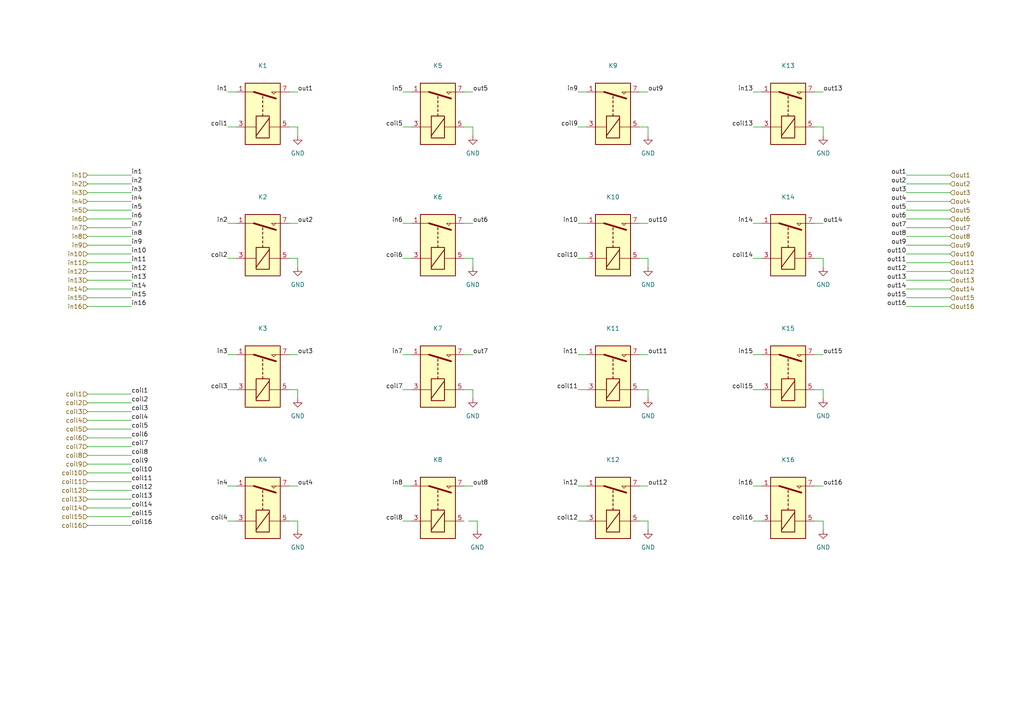
<source format=kicad_sch>
(kicad_sch (version 20211123) (generator eeschema)
  (paper "A4")
  (lib_symbols
    (symbol "Relay:MSxx-1Axx-75"
      (property "Reference" "K" (at 8.89 3.81 0))
      (property "Value" "MSxx-1Axx-75" (at 8.89 1.27 0))
      (symbol "MSxx-1Axx-75_0_0"
        (polyline (pts (xy 5.08 5.08) (xy 5.08 2.54) (xy 4.445 3.175) (xy 5.08 3.81)))
      )
      (symbol "MSxx-1Axx-75_0_1"
        (rectangle (start -10.16 5.08) (end 7.62 -5.08) (stroke (width 0.254)) (fill (type background)))
        (rectangle (start -8.255 1.905) (end -1.905 -1.905) (stroke (width 0.254)))
        (polyline (pts (xy -7.62 -1.905) (xy -2.54 1.905)) (stroke (width 0.254)))
        (polyline (pts (xy -5.08 -5.08) (xy -5.08 -1.905)))
        (polyline (pts (xy -5.08 5.08) (xy -5.08 1.905)))
        (polyline (pts (xy -1.905 0) (xy -1.27 0)) (stroke (width 0.254)))
        (polyline (pts (xy -0.635 0) (xy 0 0)) (stroke (width 0.254)))
        (polyline (pts (xy 0.635 0) (xy 1.27 0)) (stroke (width 0.254)))
        (polyline (pts (xy 1.905 0) (xy 2.54 0)) (stroke (width 0.254)))
        (polyline (pts (xy 3.175 0) (xy 3.81 0)) (stroke (width 0.254)))
        (polyline (pts (xy 5.08 -2.54) (xy 3.175 3.81)) (stroke (width 0.508)))
        (polyline (pts (xy 5.08 -2.54) (xy 5.08 -5.08)))
      )
      (symbol "MSxx-1Axx-75_1_1"
        (pin passive line (at 5.08 -7.62 90) (length 2.54) (name "~") (number "1"))
        (pin passive line (at -5.08 -7.62 90) (length 2.54) (name "~") (number "3"))
        (pin passive line (at -5.08 7.62 270) (length 2.54) (name "~") (number "5"))
        (pin passive line (at 5.08 7.62 270) (length 2.54) (name "~") (number "7"))
      )
    )
    (symbol "power:GND" (power) (pin_names (offset 0))
      (property "Value" "GND" (at 0 -3.81 0))
      (symbol "GND_0_1"
        (polyline (pts (xy 0 0) (xy 0 -1.27) (xy 1.27 -1.27) (xy 0 -2.54) (xy -1.27 -1.27) (xy 0 -1.27)))
      )
      (symbol "GND_1_1"
        (pin power_in line (at 0 0 270) (length 0) hide (name "GND") (number "1"))
      )
    )
  )
  (wire (pts (xy 25.4 73.66) (xy 38.1 73.66)))
  (wire (pts (xy 185.42 36.83) (xy 187.96 36.83)))
  (wire (pts (xy 167.64 74.93) (xy 170.18 74.93)))
  (wire (pts (xy 83.82 36.83) (xy 86.36 36.83)))
  (wire (pts (xy 218.44 102.87) (xy 220.98 102.87)))
  (wire (pts (xy 25.4 78.74) (xy 38.1 78.74)))
  (wire (pts (xy 262.89 83.82) (xy 275.59 83.82)))
  (wire (pts (xy 185.42 102.87) (xy 187.96 102.87)))
  (wire (pts (xy 134.62 140.97) (xy 137.16 140.97)))
  (wire (pts (xy 236.22 102.87) (xy 238.76 102.87)))
  (wire (pts (xy 236.22 26.67) (xy 238.76 26.67)))
  (wire (pts (xy 116.84 151.13) (xy 119.38 151.13)))
  (wire (pts (xy 185.42 151.13) (xy 187.96 151.13)))
  (wire (pts (xy 135.89 151.13) (xy 138.43 151.13)))
  (wire (pts (xy 116.84 36.83) (xy 119.38 36.83)))
  (wire (pts (xy 66.04 113.03) (xy 68.58 113.03)))
  (wire (pts (xy 86.36 151.13) (xy 86.36 153.67)))
  (wire (pts (xy 236.22 140.97) (xy 238.76 140.97)))
  (wire (pts (xy 83.82 64.77) (xy 86.36 64.77)))
  (wire (pts (xy 185.42 140.97) (xy 187.96 140.97)))
  (wire (pts (xy 218.44 26.67) (xy 220.98 26.67)))
  (wire (pts (xy 167.64 36.83) (xy 170.18 36.83)))
  (wire (pts (xy 66.04 36.83) (xy 68.58 36.83)))
  (wire (pts (xy 25.4 127) (xy 38.1 127)))
  (wire (pts (xy 25.4 53.34) (xy 38.1 53.34)))
  (wire (pts (xy 25.4 86.36) (xy 38.1 86.36)))
  (wire (pts (xy 218.44 151.13) (xy 220.98 151.13)))
  (wire (pts (xy 187.96 74.93) (xy 187.96 77.47)))
  (wire (pts (xy 25.4 66.04) (xy 38.1 66.04)))
  (wire (pts (xy 262.89 78.74) (xy 275.59 78.74)))
  (wire (pts (xy 86.36 113.03) (xy 86.36 115.57)))
  (wire (pts (xy 262.89 66.04) (xy 275.59 66.04)))
  (wire (pts (xy 262.89 58.42) (xy 275.59 58.42)))
  (wire (pts (xy 25.4 88.9) (xy 38.1 88.9)))
  (wire (pts (xy 116.84 64.77) (xy 119.38 64.77)))
  (wire (pts (xy 138.43 151.13) (xy 138.43 153.67)))
  (wire (pts (xy 134.62 64.77) (xy 137.16 64.77)))
  (wire (pts (xy 218.44 113.03) (xy 220.98 113.03)))
  (wire (pts (xy 218.44 74.93) (xy 220.98 74.93)))
  (wire (pts (xy 262.89 71.12) (xy 275.59 71.12)))
  (wire (pts (xy 262.89 50.8) (xy 275.59 50.8)))
  (wire (pts (xy 83.82 151.13) (xy 86.36 151.13)))
  (wire (pts (xy 262.89 53.34) (xy 275.59 53.34)))
  (wire (pts (xy 25.4 137.16) (xy 38.1 137.16)))
  (wire (pts (xy 25.4 129.54) (xy 38.1 129.54)))
  (wire (pts (xy 262.89 86.36) (xy 275.59 86.36)))
  (wire (pts (xy 185.42 74.93) (xy 187.96 74.93)))
  (wire (pts (xy 25.4 132.08) (xy 38.1 132.08)))
  (wire (pts (xy 25.4 144.78) (xy 38.1 144.78)))
  (wire (pts (xy 66.04 151.13) (xy 68.58 151.13)))
  (wire (pts (xy 83.82 26.67) (xy 86.36 26.67)))
  (wire (pts (xy 25.4 134.62) (xy 38.1 134.62)))
  (wire (pts (xy 83.82 74.93) (xy 86.36 74.93)))
  (wire (pts (xy 116.84 140.97) (xy 119.38 140.97)))
  (wire (pts (xy 25.4 124.46) (xy 38.1 124.46)))
  (wire (pts (xy 185.42 26.67) (xy 187.96 26.67)))
  (wire (pts (xy 25.4 139.7) (xy 38.1 139.7)))
  (wire (pts (xy 238.76 36.83) (xy 238.76 39.37)))
  (wire (pts (xy 238.76 113.03) (xy 238.76 115.57)))
  (wire (pts (xy 66.04 64.77) (xy 68.58 64.77)))
  (wire (pts (xy 83.82 140.97) (xy 86.36 140.97)))
  (wire (pts (xy 218.44 140.97) (xy 220.98 140.97)))
  (wire (pts (xy 134.62 102.87) (xy 137.16 102.87)))
  (wire (pts (xy 262.89 88.9) (xy 275.59 88.9)))
  (wire (pts (xy 25.4 147.32) (xy 38.1 147.32)))
  (wire (pts (xy 25.4 58.42) (xy 38.1 58.42)))
  (wire (pts (xy 262.89 63.5) (xy 275.59 63.5)))
  (wire (pts (xy 167.64 151.13) (xy 170.18 151.13)))
  (wire (pts (xy 25.4 83.82) (xy 38.1 83.82)))
  (wire (pts (xy 236.22 113.03) (xy 238.76 113.03)))
  (wire (pts (xy 262.89 55.88) (xy 275.59 55.88)))
  (wire (pts (xy 134.62 36.83) (xy 137.16 36.83)))
  (wire (pts (xy 187.96 151.13) (xy 187.96 153.67)))
  (wire (pts (xy 137.16 113.03) (xy 137.16 115.57)))
  (wire (pts (xy 218.44 36.83) (xy 220.98 36.83)))
  (wire (pts (xy 134.62 74.93) (xy 137.16 74.93)))
  (wire (pts (xy 25.4 121.92) (xy 38.1 121.92)))
  (wire (pts (xy 25.4 63.5) (xy 38.1 63.5)))
  (wire (pts (xy 25.4 55.88) (xy 38.1 55.88)))
  (wire (pts (xy 25.4 81.28) (xy 38.1 81.28)))
  (wire (pts (xy 262.89 60.96) (xy 275.59 60.96)))
  (wire (pts (xy 238.76 74.93) (xy 238.76 77.47)))
  (wire (pts (xy 25.4 119.38) (xy 38.1 119.38)))
  (wire (pts (xy 116.84 26.67) (xy 119.38 26.67)))
  (wire (pts (xy 134.62 26.67) (xy 137.16 26.67)))
  (wire (pts (xy 262.89 76.2) (xy 275.59 76.2)))
  (wire (pts (xy 25.4 76.2) (xy 38.1 76.2)))
  (wire (pts (xy 167.64 113.03) (xy 170.18 113.03)))
  (wire (pts (xy 167.64 64.77) (xy 170.18 64.77)))
  (wire (pts (xy 187.96 113.03) (xy 187.96 115.57)))
  (wire (pts (xy 66.04 26.67) (xy 68.58 26.67)))
  (wire (pts (xy 25.4 116.84) (xy 38.1 116.84)))
  (wire (pts (xy 187.96 36.83) (xy 187.96 39.37)))
  (wire (pts (xy 83.82 102.87) (xy 86.36 102.87)))
  (wire (pts (xy 218.44 64.77) (xy 220.98 64.77)))
  (wire (pts (xy 25.4 114.3) (xy 38.1 114.3)))
  (wire (pts (xy 236.22 151.13) (xy 238.76 151.13)))
  (wire (pts (xy 25.4 142.24) (xy 38.1 142.24)))
  (wire (pts (xy 25.4 152.4) (xy 38.1 152.4)))
  (wire (pts (xy 262.89 68.58) (xy 275.59 68.58)))
  (wire (pts (xy 185.42 64.77) (xy 187.96 64.77)))
  (wire (pts (xy 25.4 60.96) (xy 38.1 60.96)))
  (wire (pts (xy 137.16 74.93) (xy 137.16 77.47)))
  (wire (pts (xy 236.22 36.83) (xy 238.76 36.83)))
  (wire (pts (xy 185.42 113.03) (xy 187.96 113.03)))
  (wire (pts (xy 66.04 74.93) (xy 68.58 74.93)))
  (wire (pts (xy 66.04 102.87) (xy 68.58 102.87)))
  (wire (pts (xy 137.16 36.83) (xy 137.16 39.37)))
  (wire (pts (xy 236.22 74.93) (xy 238.76 74.93)))
  (wire (pts (xy 25.4 50.8) (xy 38.1 50.8)))
  (wire (pts (xy 167.64 102.87) (xy 170.18 102.87)))
  (wire (pts (xy 86.36 36.83) (xy 86.36 39.37)))
  (wire (pts (xy 25.4 71.12) (xy 38.1 71.12)))
  (wire (pts (xy 236.22 64.77) (xy 238.76 64.77)))
  (wire (pts (xy 25.4 149.86) (xy 38.1 149.86)))
  (wire (pts (xy 66.04 140.97) (xy 68.58 140.97)))
  (wire (pts (xy 167.64 140.97) (xy 170.18 140.97)))
  (wire (pts (xy 167.64 26.67) (xy 170.18 26.67)))
  (wire (pts (xy 83.82 113.03) (xy 86.36 113.03)))
  (wire (pts (xy 238.76 151.13) (xy 238.76 153.67)))
  (wire (pts (xy 134.62 113.03) (xy 137.16 113.03)))
  (wire (pts (xy 116.84 102.87) (xy 119.38 102.87)))
  (wire (pts (xy 262.89 81.28) (xy 275.59 81.28)))
  (wire (pts (xy 116.84 113.03) (xy 119.38 113.03)))
  (wire (pts (xy 116.84 74.93) (xy 119.38 74.93)))
  (wire (pts (xy 262.89 73.66) (xy 275.59 73.66)))
  (wire (pts (xy 25.4 68.58) (xy 38.1 68.58)))
  (wire (pts (xy 86.36 74.93) (xy 86.36 77.47)))
  (label "out7" (at 262.89 66.04 180))
  (label "coil3" (at 38.1 119.38 0))
  (label "coil13" (at 38.1 144.78 0))
  (label "out6" (at 262.89 63.5 180))
  (label "coil3" (at 66.04 113.03 180))
  (label "out14" (at 238.76 64.77 0))
  (label "in3" (at 66.04 102.87 180))
  (label "coil11" (at 38.1 139.7 0))
  (label "out1" (at 86.36 26.67 0))
  (label "in7" (at 38.1 66.04 0))
  (label "coil15" (at 218.44 113.03 180))
  (label "coil4" (at 38.1 121.92 0))
  (label "in2" (at 66.04 64.77 180))
  (label "out11" (at 187.96 102.87 0))
  (label "out14" (at 262.89 83.82 180))
  (label "in10" (at 38.1 73.66 0))
  (label "coil2" (at 66.04 74.93 180))
  (label "coil14" (at 218.44 74.93 180))
  (label "in5" (at 116.84 26.67 180))
  (label "coil5" (at 116.84 36.83 180))
  (label "coil16" (at 38.1 152.4 0))
  (label "coil7" (at 38.1 129.54 0))
  (label "out16" (at 238.76 140.97 0))
  (label "in10" (at 167.64 64.77 180))
  (label "coil10" (at 38.1 137.16 0))
  (label "in12" (at 38.1 78.74 0))
  (label "coil9" (at 167.64 36.83 180))
  (label "in15" (at 218.44 102.87 180))
  (label "in11" (at 167.64 102.87 180))
  (label "in7" (at 116.84 102.87 180))
  (label "out4" (at 262.89 58.42 180))
  (label "coil12" (at 167.64 151.13 180))
  (label "in4" (at 66.04 140.97 180))
  (label "out16" (at 262.89 88.9 180))
  (label "out3" (at 86.36 102.87 0))
  (label "coil14" (at 38.1 147.32 0))
  (label "out5" (at 137.16 26.67 0))
  (label "in8" (at 38.1 68.58 0))
  (label "out2" (at 262.89 53.34 180))
  (label "in16" (at 218.44 140.97 180))
  (label "coil4" (at 66.04 151.13 180))
  (label "in9" (at 167.64 26.67 180))
  (label "coil8" (at 116.84 151.13 180))
  (label "in14" (at 38.1 83.82 0))
  (label "in15" (at 38.1 86.36 0))
  (label "coil5" (at 38.1 124.46 0))
  (label "out13" (at 238.76 26.67 0))
  (label "out8" (at 137.16 140.97 0))
  (label "coil15" (at 38.1 149.86 0))
  (label "in13" (at 38.1 81.28 0))
  (label "in13" (at 218.44 26.67 180))
  (label "coil1" (at 38.1 114.3 0))
  (label "in2" (at 38.1 53.34 0))
  (label "out10" (at 262.89 73.66 180))
  (label "coil13" (at 218.44 36.83 180))
  (label "in6" (at 116.84 64.77 180))
  (label "in16" (at 38.1 88.9 0))
  (label "in1" (at 38.1 50.8 0))
  (label "coil12" (at 38.1 142.24 0))
  (label "out15" (at 262.89 86.36 180))
  (label "coil7" (at 116.84 113.03 180))
  (label "in9" (at 38.1 71.12 0))
  (label "coil9" (at 38.1 134.62 0))
  (label "out5" (at 262.89 60.96 180))
  (label "coil10" (at 167.64 74.93 180))
  (label "out6" (at 137.16 64.77 0))
  (label "out13" (at 262.89 81.28 180))
  (label "out10" (at 187.96 64.77 0))
  (label "coil11" (at 167.64 113.03 180))
  (label "out2" (at 86.36 64.77 0))
  (label "coil1" (at 66.04 36.83 180))
  (label "in14" (at 218.44 64.77 180))
  (label "out1" (at 262.89 50.8 180))
  (label "in4" (at 38.1 58.42 0))
  (label "out7" (at 137.16 102.87 0))
  (label "out12" (at 187.96 140.97 0))
  (label "coil16" (at 218.44 151.13 180))
  (label "in3" (at 38.1 55.88 0))
  (label "coil6" (at 116.84 74.93 180))
  (label "coil2" (at 38.1 116.84 0))
  (label "out3" (at 262.89 55.88 180))
  (label "out8" (at 262.89 68.58 180))
  (label "out4" (at 86.36 140.97 0))
  (label "in1" (at 66.04 26.67 180))
  (label "coil8" (at 38.1 132.08 0))
  (label "in8" (at 116.84 140.97 180))
  (label "in5" (at 38.1 60.96 0))
  (label "in12" (at 167.64 140.97 180))
  (label "coil6" (at 38.1 127 0))
  (label "in6" (at 38.1 63.5 0))
  (label "out11" (at 262.89 76.2 180))
  (label "out15" (at 238.76 102.87 0))
  (label "out12" (at 262.89 78.74 180))
  (label "out9" (at 262.89 71.12 180))
  (label "out9" (at 187.96 26.67 0))
  (label "in11" (at 38.1 76.2 0))
  (hierarchical_label "coil8" (shape input) (at 25.4 132.08 180))
  (hierarchical_label "in16" (shape input) (at 25.4 88.9 180))
  (hierarchical_label "in7" (shape input) (at 25.4 66.04 180))
  (hierarchical_label "in9" (shape input) (at 25.4 71.12 180))
  (hierarchical_label "coil2" (shape input) (at 25.4 116.84 180))
  (hierarchical_label "out5" (shape input) (at 275.59 60.96 0))
  (hierarchical_label "in3" (shape input) (at 25.4 55.88 180))
  (hierarchical_label "coil16" (shape input) (at 25.4 152.4 180))
  (hierarchical_label "coil7" (shape input) (at 25.4 129.54 180))
  (hierarchical_label "coil15" (shape input) (at 25.4 149.86 180))
  (hierarchical_label "out14" (shape input) (at 275.59 83.82 0))
  (hierarchical_label "in12" (shape input) (at 25.4 78.74 180))
  (hierarchical_label "in10" (shape input) (at 25.4 73.66 180))
  (hierarchical_label "in1" (shape input) (at 25.4 50.8 180))
  (hierarchical_label "in8" (shape input) (at 25.4 68.58 180))
  (hierarchical_label "coil4" (shape input) (at 25.4 121.92 180))
  (hierarchical_label "in2" (shape input) (at 25.4 53.34 180))
  (hierarchical_label "out1" (shape input) (at 275.59 50.8 0))
  (hierarchical_label "out10" (shape input) (at 275.59 73.66 0))
  (hierarchical_label "coil13" (shape input) (at 25.4 144.78 180))
  (hierarchical_label "in13" (shape input) (at 25.4 81.28 180))
  (hierarchical_label "in4" (shape input) (at 25.4 58.42 180))
  (hierarchical_label "out6" (shape input) (at 275.59 63.5 0))
  (hierarchical_label "in15" (shape input) (at 25.4 86.36 180))
  (hierarchical_label "out7" (shape input) (at 275.59 66.04 0))
  (hierarchical_label "out3" (shape input) (at 275.59 55.88 0))
  (hierarchical_label "in11" (shape input) (at 25.4 76.2 180))
  (hierarchical_label "coil14" (shape input) (at 25.4 147.32 180))
  (hierarchical_label "out2" (shape input) (at 275.59 53.34 0))
  (hierarchical_label "out16" (shape input) (at 275.59 88.9 0))
  (hierarchical_label "in5" (shape input) (at 25.4 60.96 180))
  (hierarchical_label "coil10" (shape input) (at 25.4 137.16 180))
  (hierarchical_label "coil1" (shape input) (at 25.4 114.3 180))
  (hierarchical_label "out9" (shape input) (at 275.59 71.12 0))
  (hierarchical_label "coil6" (shape input) (at 25.4 127 180))
  (hierarchical_label "coil3" (shape input) (at 25.4 119.38 180))
  (hierarchical_label "out13" (shape input) (at 275.59 81.28 0))
  (hierarchical_label "coil5" (shape input) (at 25.4 124.46 180))
  (hierarchical_label "in6" (shape input) (at 25.4 63.5 180))
  (hierarchical_label "coil9" (shape input) (at 25.4 134.62 180))
  (hierarchical_label "out12" (shape input) (at 275.59 78.74 0))
  (hierarchical_label "in14" (shape input) (at 25.4 83.82 180))
  (hierarchical_label "out8" (shape input) (at 275.59 68.58 0))
  (hierarchical_label "out15" (shape input) (at 275.59 86.36 0))
  (hierarchical_label "out11" (shape input) (at 275.59 76.2 0))
  (hierarchical_label "coil12" (shape input) (at 25.4 142.24 180))
  (hierarchical_label "coil11" (shape input) (at 25.4 139.7 180))
  (hierarchical_label "out4" (shape input) (at 275.59 58.42 0))
  (symbol (lib_id "power:GND") (at 86.36 77.47 0) (unit 1)
    (property "Reference" "#PWR02" (effects hide))
  )
  (symbol (lib_id "power:GND") (at 137.16 39.37 0) (unit 1)
    (property "Reference" "#PWR05" (effects hide))
  )
  (symbol (lib_id "power:GND") (at 138.43 153.67 0) (unit 1)
    (property "Reference" "#PWR08" (effects hide))
  )
  (symbol (lib_id "power:GND") (at 187.96 153.67 0) (unit 1)
    (property "Reference" "#PWR012" (effects hide))
  )
  (symbol (lib_id "power:GND") (at 187.96 39.37 0) (unit 1)
    (property "Reference" "#PWR09" (effects hide))
  )
  (symbol (lib_id "power:GND") (at 137.16 115.57 0) (unit 1)
    (property "Reference" "#PWR07" (effects hide))
  )
  (symbol (lib_id "Relay:MSxx-1Axx-75") (at 76.2 69.85 270) (mirror x) (unit 1)
    (property "Reference" "K2" (at 76.2 57.15 90))
    (property "Datasheet" "https://comus-intl.com/wp-content/uploads/2015/01/3570-1411-Series.pdf" (effects hide))
  )
  (symbol (lib_id "power:GND") (at 86.36 115.57 0) (unit 1)
    (property "Reference" "#PWR03" (effects hide))
  )
  (symbol (lib_id "power:GND") (at 187.96 115.57 0) (unit 1)
    (property "Reference" "#PWR011" (effects hide))
  )
  (symbol (lib_id "Relay:MSxx-1Axx-75") (at 228.6 31.75 270) (mirror x) (unit 1)
    (property "Reference" "K13" (at 228.6 19.05 90))
    (property "Datasheet" "https://comus-intl.com/wp-content/uploads/2015/01/3570-1411-Series.pdf" (effects hide))
  )
  (symbol (lib_id "Relay:MSxx-1Axx-75") (at 177.8 31.75 270) (mirror x) (unit 1)
    (property "Reference" "K9" (at 177.8 19.05 90))
    (property "Datasheet" "https://comus-intl.com/wp-content/uploads/2015/01/3570-1411-Series.pdf" (effects hide))
  )
  (symbol (lib_id "power:GND") (at 137.16 77.47 0) (unit 1)
    (property "Reference" "#PWR06" (effects hide))
  )
  (symbol (lib_id "power:GND") (at 187.96 77.47 0) (unit 1)
    (property "Reference" "#PWR010" (effects hide))
  )
  (symbol (lib_id "Relay:MSxx-1Axx-75") (at 228.6 69.85 270) (mirror x) (unit 1)
    (property "Reference" "K14" (at 228.6 57.15 90))
    (property "Datasheet" "https://comus-intl.com/wp-content/uploads/2015/01/3570-1411-Series.pdf" (effects hide))
  )
  (symbol (lib_id "power:GND") (at 238.76 39.37 0) (unit 1)
    (property "Reference" "#PWR013" (effects hide))
  )
  (symbol (lib_id "Relay:MSxx-1Axx-75") (at 127 69.85 270) (mirror x) (unit 1)
    (property "Reference" "K6" (at 127 57.15 90))
    (property "Datasheet" "https://comus-intl.com/wp-content/uploads/2015/01/3570-1411-Series.pdf" (effects hide))
  )
  (symbol (lib_id "power:GND") (at 238.76 115.57 0) (unit 1)
    (property "Reference" "#PWR015" (effects hide))
  )
  (symbol (lib_id "Relay:MSxx-1Axx-75") (at 127 107.95 270) (mirror x) (unit 1)
    (property "Reference" "K7" (at 127 95.25 90))
    (property "Datasheet" "https://comus-intl.com/wp-content/uploads/2015/01/3570-1411-Series.pdf" (effects hide))
  )
  (symbol (lib_id "Relay:MSxx-1Axx-75") (at 76.2 107.95 270) (mirror x) (unit 1)
    (property "Reference" "K3" (at 76.2 95.25 90))
    (property "Datasheet" "https://comus-intl.com/wp-content/uploads/2015/01/3570-1411-Series.pdf" (effects hide))
  )
  (symbol (lib_id "power:GND") (at 238.76 153.67 0) (unit 1)
    (property "Reference" "#PWR016" (effects hide))
  )
  (symbol (lib_id "Relay:MSxx-1Axx-75") (at 76.2 31.75 270) (mirror x) (unit 1)
    (property "Reference" "K1" (at 76.2 19.05 90))
    (property "Datasheet" "https://comus-intl.com/wp-content/uploads/2015/01/3570-1411-Series.pdf" (effects hide))
  )
  (symbol (lib_id "Relay:MSxx-1Axx-75") (at 76.2 146.05 270) (mirror x) (unit 1)
    (property "Reference" "K4" (at 76.2 133.35 90))
    (property "Datasheet" "https://comus-intl.com/wp-content/uploads/2015/01/3570-1411-Series.pdf" (effects hide))
  )
  (symbol (lib_id "Relay:MSxx-1Axx-75") (at 177.8 107.95 270) (mirror x) (unit 1)
    (property "Reference" "K11" (at 177.8 95.25 90))
    (property "Datasheet" "https://comus-intl.com/wp-content/uploads/2015/01/3570-1411-Series.pdf" (effects hide))
  )
  (symbol (lib_id "Relay:MSxx-1Axx-75") (at 127 31.75 270) (mirror x) (unit 1)
    (property "Reference" "K5" (at 127 19.05 90))
    (property "Datasheet" "https://comus-intl.com/wp-content/uploads/2015/01/3570-1411-Series.pdf" (effects hide))
  )
  (symbol (lib_id "Relay:MSxx-1Axx-75") (at 177.8 146.05 270) (mirror x) (unit 1)
    (property "Reference" "K12" (at 177.8 133.35 90))
    (property "Datasheet" "https://comus-intl.com/wp-content/uploads/2015/01/3570-1411-Series.pdf" (effects hide))
  )
  (symbol (lib_id "Relay:MSxx-1Axx-75") (at 127 146.05 270) (mirror x) (unit 1)
    (property "Reference" "K8" (at 127 133.35 90))
    (property "Datasheet" "https://comus-intl.com/wp-content/uploads/2015/01/3570-1411-Series.pdf" (effects hide))
  )
  (symbol (lib_id "power:GND") (at 86.36 39.37 0) (unit 1)
    (property "Reference" "#PWR01" (effects hide))
  )
  (symbol (lib_id "Relay:MSxx-1Axx-75") (at 177.8 69.85 270) (mirror x) (unit 1)
    (property "Reference" "K10" (at 177.8 57.15 90))
    (property "Datasheet" "https://comus-intl.com/wp-content/uploads/2015/01/3570-1411-Series.pdf" (effects hide))
  )
  (symbol (lib_id "Relay:MSxx-1Axx-75") (at 228.6 107.95 270) (mirror x) (unit 1)
    (property "Reference" "K15" (at 228.6 95.25 90))
    (property "Datasheet" "https://comus-intl.com/wp-content/uploads/2015/01/3570-1411-Series.pdf" (effects hide))
  )
  (symbol (lib_id "power:GND") (at 86.36 153.67 0) (unit 1)
    (property "Reference" "#PWR04" (effects hide))
  )
  (symbol (lib_id "Relay:MSxx-1Axx-75") (at 228.6 146.05 270) (mirror x) (unit 1)
    (property "Reference" "K16" (at 228.6 133.35 90))
    (property "Datasheet" "https://comus-intl.com/wp-content/uploads/2015/01/3570-1411-Series.pdf" (effects hide))
  )
  (symbol (lib_id "power:GND") (at 238.76 77.47 0) (unit 1)
    (property "Reference" "#PWR014" (effects hide))
  )
)
</source>
